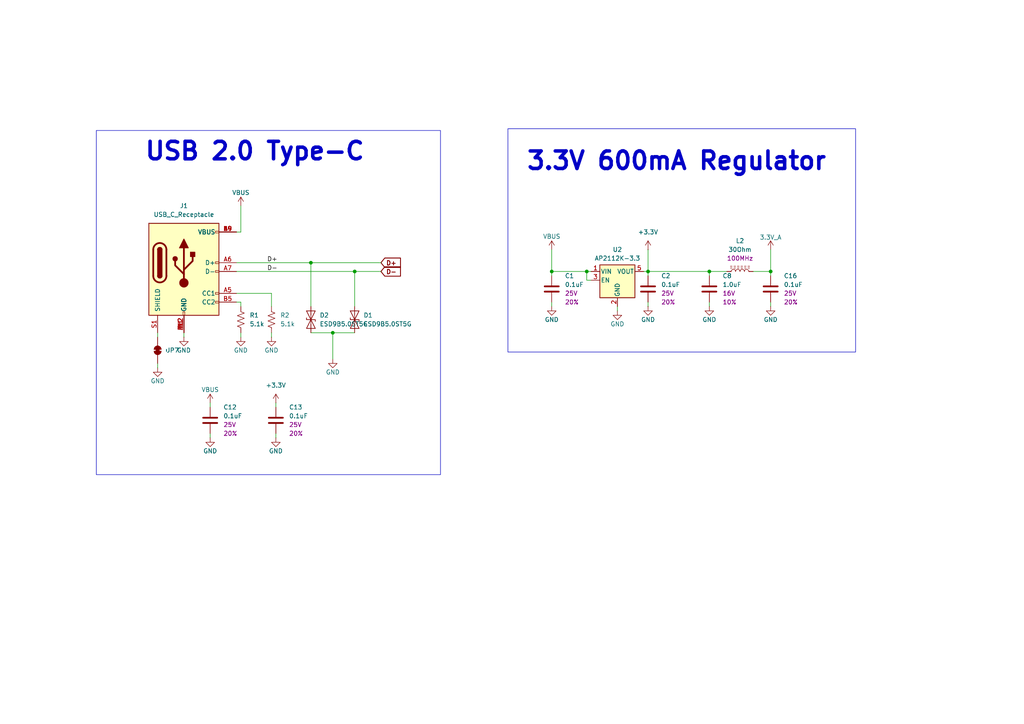
<source format=kicad_sch>
(kicad_sch (version 20250114) (generator "eeschema") (generator_version "9.0")
  (paper "A4")
  (lib_symbols
    (symbol "Diode:ESD9B5.0ST5G" (pin_numbers (hide yes)) (pin_names (offset 1.016) (hide yes))
      (property "Reference" "D" (at 0 2.54 0))
      (property "Value" "ESD9B5.0ST5G" (at 0 -2.54 0))
      (symbol "ESD9B5.0ST5G_0_1"
        (polyline (pts (xy -2.54 -1.27) (xy 0 0) (xy -2.54 1.27) (xy -2.54 -1.27)) (stroke (width 0.2032)))
        (polyline (pts (xy 0.508 1.27) (xy 0 1.27) (xy 0 -1.27) (xy -0.508 -1.27)) (stroke (width 0.2032)))
        (polyline (pts (xy 1.27 0) (xy -1.27 0)))
        (polyline (pts (xy 2.54 1.27) (xy 2.54 -1.27) (xy 0 0) (xy 2.54 1.27)) (stroke (width 0.2032)))
      )
      (symbol "ESD9B5.0ST5G_1_1"
        (pin passive line (at -3.81 0 0) (length 2.54) (name "A1") (number "1"))
        (pin passive line (at 3.81 0 180) (length 2.54) (name "A2") (number "2"))
      )
    )
    (symbol "SparkFun-Capacitor:0.1uF_0603_25V_20%" (pin_numbers (hide yes)) (pin_names (offset 0.254))
      (property "Reference" "C" (at 0.635 2.54 0))
      (property "Value" "0.1uF" (at 0.635 -2.54 0))
      (property "Voltage" "25V" (at 0 -6.35 0))
      (property "Tolerance" "20%" (at 0 -8.89 0))
      (symbol "0.1uF_0603_25V_20%_0_1"
        (polyline (pts (xy -2.032 0.762) (xy 2.032 0.762)) (stroke (width 0.508)))
        (polyline (pts (xy -2.032 -0.762) (xy 2.032 -0.762)) (stroke (width 0.508)))
      )
      (symbol "0.1uF_0603_25V_20%_1_1"
        (pin passive line (at 0 3.81 270) (length 2.794) (name "~") (number "1"))
        (pin passive line (at 0 -3.81 90) (length 2.794) (name "~") (number "2"))
      )
    )
    (symbol "SparkFun-Capacitor:1.0uF_0603_16V_10%" (pin_numbers (hide yes)) (pin_names (offset 0.254))
      (property "Reference" "C" (at 0.635 2.54 0))
      (property "Value" "1.0uF" (at 0.635 -2.54 0))
      (property "Voltage" "16V" (at 0 -6.35 0))
      (property "Tolerance" "10%" (at 0 -8.89 0))
      (symbol "1.0uF_0603_16V_10%_0_1"
        (polyline (pts (xy -2.032 0.762) (xy 2.032 0.762)) (stroke (width 0.508)))
        (polyline (pts (xy -2.032 -0.762) (xy 2.032 -0.762)) (stroke (width 0.508)))
      )
      (symbol "1.0uF_0603_16V_10%_1_1"
        (pin passive line (at 0 3.81 270) (length 2.794) (name "~") (number "1"))
        (pin passive line (at 0 -3.81 90) (length 2.794) (name "~") (number "2"))
      )
    )
    (symbol "SparkFun-Coil:30Ohm_0603_1.8A" (pin_numbers (hide yes)) (pin_names (offset 1.016) (hide yes))
      (property "Reference" "L" (at 0 2.54 0))
      (property "Value" "30Ohm" (at 0 -1.27 0))
      (property "Frequency" "100MHz" (at 0 -3.81 0))
      (symbol "30Ohm_0603_1.8A_0_1"
        (polyline (pts (xy -2.794 1.524) (xy -2.286 1.524)))
        (polyline (pts (xy -2.286 1.016) (xy -2.794 1.016)))
        (arc (start -2.54 0) (mid -1.905 0.6323) (end -1.27 0))
        (polyline (pts (xy -1.778 1.524) (xy -1.27 1.524)))
        (polyline (pts (xy -1.27 1.016) (xy -1.778 1.016)))
        (polyline (pts (xy -0.762 1.524) (xy -0.254 1.524)))
        (arc (start -1.27 0) (mid -0.635 0.6323) (end 0 0))
        (polyline (pts (xy -0.254 1.016) (xy -0.762 1.016)))
        (polyline (pts (xy 0.254 1.524) (xy 0.762 1.524)))
        (arc (start 0 0) (mid 0.635 0.6323) (end 1.27 0))
        (polyline (pts (xy 0.762 1.016) (xy 0.254 1.016)))
        (polyline (pts (xy 1.27 1.524) (xy 1.778 1.524)))
        (polyline (pts (xy 1.778 1.016) (xy 1.27 1.016)))
        (arc (start 1.27 0) (mid 1.905 0.6323) (end 2.54 0))
        (polyline (pts (xy 2.286 1.524) (xy 2.794 1.524)))
        (polyline (pts (xy 2.794 1.016) (xy 2.286 1.016)))
      )
      (symbol "30Ohm_0603_1.8A_1_1"
        (pin passive line (at -3.81 0 0) (length 1.27) (name "1") (number "1"))
        (pin passive line (at 3.81 0 180) (length 1.27) (name "2") (number "2"))
      )
    )
    (symbol "SparkFun-Connector:USB_C_Receptacle" (pin_names (offset 1.016))
      (property "Reference" "J1" (at 0 16.51 0))
      (property "Value" "USB_C_Receptacle" (at 0 13.97 0))
      (symbol "USB_C_Receptacle_0_0"
        (rectangle (start -0.254 -15.24) (end 0.254 -14.224))
        (rectangle (start 10.16 9.144) (end 9.144 8.636))
        (rectangle (start 10.16 0.254) (end 9.144 -0.254))
        (rectangle (start 10.16 -2.286) (end 9.144 -2.794))
        (rectangle (start 10.16 -8.636) (end 9.144 -9.144))
        (rectangle (start 10.16 -11.176) (end 9.144 -11.684))
      )
      (symbol "USB_C_Receptacle_0_1"
        (rectangle (start -10.16 11.43) (end 10.16 -15.24) (stroke (width 0.254)) (fill (type background)))
        (polyline (pts (xy -8.89 -3.81) (xy -8.89 3.81)) (stroke (width 0.508)))
        (rectangle (start -7.62 -3.81) (end -6.35 3.81) (stroke (width 0.254)) (fill (type outline)))
        (arc (start -7.62 3.81) (mid -6.985 4.4423) (end -6.35 3.81) (stroke (width 0.254)))
        (arc (start -7.62 3.81) (mid -6.985 4.4423) (end -6.35 3.81) (stroke (width 0.254)) (fill (type outline)))
        (arc (start -8.89 3.81) (mid -6.985 5.7067) (end -5.08 3.81) (stroke (width 0.508)))
        (arc (start -5.08 -3.81) (mid -6.985 -5.7067) (end -8.89 -3.81) (stroke (width 0.508)))
        (arc (start -6.35 -3.81) (mid -6.985 -4.4423) (end -7.62 -3.81) (stroke (width 0.254)))
        (arc (start -6.35 -3.81) (mid -6.985 -4.4423) (end -7.62 -3.81) (stroke (width 0.254)) (fill (type outline)))
        (polyline (pts (xy -5.08 3.81) (xy -5.08 -3.81)) (stroke (width 0.508)))
        (circle (center -2.54 1.143) (radius 0.635) (stroke (width 0.254)) (fill (type outline)))
        (polyline (pts (xy -1.27 4.318) (xy 0 6.858) (xy 1.27 4.318) (xy -1.27 4.318)) (stroke (width 0.254)) (fill (type outline)))
        (polyline (pts (xy 0 -2.032) (xy 2.54 0.508) (xy 2.54 1.778)) (stroke (width 0.508)))
        (polyline (pts (xy 0 -3.302) (xy -2.54 -0.762) (xy -2.54 0.508)) (stroke (width 0.508)))
        (polyline (pts (xy 0 -5.842) (xy 0 4.318)) (stroke (width 0.508)))
        (circle (center 0 -5.842) (radius 1.27) (fill (type outline)))
        (rectangle (start 1.905 1.778) (end 3.175 3.048) (stroke (width 0.254)) (fill (type outline)))
      )
      (symbol "USB_C_Receptacle_1_1"
        (pin passive line (at -7.62 -20.32 90) (length 5.08) (name "SHIELD") (number "S1"))
        (pin no_connect line (at -2.54 -15.24 90) (length 5.08) (hide yes) (name "NC") (number "NC1"))
        (pin no_connect line (at -2.54 -15.24 90) (length 5.08) (hide yes) (name "NC") (number "NC2"))
        (pin no_connect line (at -2.54 -15.24 90) (length 5.08) (hide yes) (name "NC") (number "NC3"))
        (pin passive line (at 0 -20.32 90) (length 5.08) (name "GND") (number "A1"))
        (pin passive line (at 0 -20.32 90) (length 5.08) (name "GND") (number "A12"))
        (pin passive line (at 0 -20.32 90) (length 5.08) (name "GND") (number "B1"))
        (pin passive line (at 0 -20.32 90) (length 5.08) (name "GND") (number "B12"))
        (pin no_connect line (at 3.81 -15.24 90) (length 5.08) (hide yes) (name "NC") (number "A8"))
        (pin no_connect line (at 3.81 -15.24 90) (length 5.08) (hide yes) (name "NC") (number "B8"))
        (pin passive line (at 15.24 8.89 180) (length 5.08) (name "VBUS") (number "A4"))
        (pin passive line (at 15.24 8.89 180) (length 5.08) (name "VBUS") (number "A9"))
        (pin passive line (at 15.24 8.89 180) (length 5.08) (name "VBUS") (number "B4"))
        (pin passive line (at 15.24 8.89 180) (length 5.08) (name "VBUS") (number "B9"))
        (pin bidirectional line (at 15.24 0 180) (length 5.08) (name "D+") (number "A6"))
        (pin bidirectional line (at 15.24 0 180) (length 5.08) (hide yes) (name "D+") (number "B6"))
        (pin bidirectional line (at 15.24 -2.54 180) (length 5.08) (name "D-") (number "A7"))
        (pin bidirectional line (at 15.24 -2.54 180) (length 5.08) (hide yes) (name "D-") (number "B7"))
        (pin bidirectional line (at 15.24 -8.89 180) (length 5.08) (name "CC1") (number "A5"))
        (pin bidirectional line (at 15.24 -11.43 180) (length 5.08) (name "CC2") (number "B5"))
      )
    )
    (symbol "SparkFun-Jumper:SolderJumper_2_Bridged" (pin_numbers (hide yes)) (pin_names (offset 0) (hide yes))
      (property "Reference" "JP" (at 0 2.032 0))
      (property "Value" "~" (at 0 -2.54 0))
      (symbol "SolderJumper_2_Bridged_0_1"
        (rectangle (start -0.508 0.508) (end 0.508 -0.508) (fill (type outline)))
        (polyline (pts (xy -0.254 1.016) (xy -0.254 -1.016)))
        (arc (start -0.254 -1.016) (mid -1.2656 0) (end -0.254 1.016))
        (arc (start -0.254 -1.016) (mid -1.2656 0) (end -0.254 1.016) (fill (type outline)))
        (arc (start 0.254 1.016) (mid 1.2656 0) (end 0.254 -1.016))
        (arc (start 0.254 1.016) (mid 1.2656 0) (end 0.254 -1.016) (fill (type outline)))
        (polyline (pts (xy 0.254 1.016) (xy 0.254 -1.016)))
      )
      (symbol "SolderJumper_2_Bridged_1_1"
        (pin passive line (at -3.81 0 0) (length 2.54) (name "A") (number "1"))
        (pin passive line (at 3.81 0 180) (length 2.54) (name "B") (number "2"))
      )
    )
    (symbol "SparkFun-PowerSymbol:3.3V_A" (power) (pin_names (offset 0))
      (property "Value" "3.3V_A" (at 0 3.81 0))
      (symbol "3.3V_A_0_1"
        (polyline (pts (xy -0.762 1.27) (xy 0 2.54)))
        (polyline (pts (xy 0 2.54) (xy 0.762 1.27)))
        (polyline (pts (xy 0 0) (xy 0 2.54)))
      )
      (symbol "3.3V_A_1_1"
        (pin power_in line (at 0 0 90) (length 0) (hide yes) (name "3.3V_A") (number "1"))
      )
    )
    (symbol "SparkFun-PowerSymbol:VBUS" (power) (pin_names (offset 0))
      (property "Value" "VBUS" (at 0 3.81 0))
      (symbol "VBUS_0_1"
        (polyline (pts (xy -0.762 1.27) (xy 0 2.54)))
        (polyline (pts (xy 0 2.54) (xy 0.762 1.27)))
        (polyline (pts (xy 0 0) (xy 0 2.54)))
      )
      (symbol "VBUS_1_1"
        (pin power_in line (at 0 0 90) (length 0) (hide yes) (name "VBUS") (number "1"))
      )
    )
    (symbol "SparkFun-Regulator:AP2112K-3.3" (pin_names (offset 0.254))
      (property "Reference" "U3" (at 0 8.89 0))
      (property "Value" "AP2112K-3.3" (at 0 6.35 0))
      (symbol "AP2112K-3.3_1_1"
        (rectangle (start -5.08 4.445) (end 5.08 -5.08) (stroke (width 0.254)) (fill (type background)))
        (pin power_in line (at -7.62 2.54 0) (length 2.54) (name "VIN") (number "1"))
        (pin input line (at -7.62 0 0) (length 2.54) (name "EN") (number "3"))
        (pin power_in line (at 0 -7.62 90) (length 2.54) (name "GND") (number "2"))
        (pin no_connect line (at 5.08 0 180) (length 2.54) (hide yes) (name "NC") (number "4"))
        (pin power_out line (at 7.62 2.54 180) (length 2.54) (name "VOUT") (number "5"))
      )
    )
    (symbol "SparkFun-Resistor:5.1k_0603" (pin_numbers (hide yes)) (pin_names (offset 0))
      (property "Reference" "R" (at 0 -2.54 0))
      (property "Value" "5.1k" (at 0 2.54 0))
      (symbol "5.1k_0603_0_1"
        (polyline (pts (xy -2.286 0) (xy -2.54 0)))
        (polyline (pts (xy -0.762 0) (xy -1.143 -1.016) (xy -1.524 0) (xy -1.905 1.016) (xy -2.286 0)))
        (polyline (pts (xy 0.762 0) (xy 0.381 -1.016) (xy 0 0) (xy -0.381 1.016) (xy -0.762 0)))
        (polyline (pts (xy 2.286 0) (xy 2.54 0)))
        (polyline (pts (xy 2.286 0) (xy 1.905 -1.016) (xy 1.524 0) (xy 1.143 1.016) (xy 0.762 0)))
      )
      (symbol "5.1k_0603_1_1"
        (pin passive line (at -3.81 0 0) (length 1.27) (name "~") (number "2"))
        (pin passive line (at 3.81 0 180) (length 1.27) (name "~") (number "1"))
      )
    )
    (symbol "power:+3.3V" (power) (pin_numbers (hide yes)) (pin_names (offset 0) (hide yes))
      (property "Value" "+3.3V" (at 0 3.556 0))
      (symbol "+3.3V_0_1"
        (polyline (pts (xy -0.762 1.27) (xy 0 2.54)))
        (polyline (pts (xy 0 2.54) (xy 0.762 1.27)))
        (polyline (pts (xy 0 0) (xy 0 2.54)))
      )
      (symbol "+3.3V_1_1"
        (pin power_in line (at 0 0 90) (length 0) (name "~") (number "1"))
      )
    )
    (symbol "power:GND" (power) (pin_numbers (hide yes)) (pin_names (offset 0) (hide yes))
      (property "Value" "GND" (at 0 -3.81 0))
      (symbol "GND_0_1"
        (polyline (pts (xy 0 0) (xy 0 -1.27) (xy 1.27 -1.27) (xy 0 -2.54) (xy -1.27 -1.27) (xy 0 -1.27)))
      )
      (symbol "GND_1_1"
        (pin power_in line (at 0 0 270) (length 0) (name "~") (number "1"))
      )
    )
  )
  (rectangle (start 27.94 37.846) (end 127.762 137.668))
  (rectangle (start 147.32 37.338) (end 248.158 102.108))
  (text "3.3V 600mA Regulator " (at 152.4 49.784 0) (effects (font (size 5.08 5.08) (thickness 1.016) (bold yes)) (justify left bottom)))
  (text "USB 2.0 Type-C\n" (at 41.656 46.99 0) (effects (font (size 5.08 5.08) (thickness 1.016) (bold yes)) (justify left bottom)))
  (junction (at 102.87 78.74))
  (junction (at 96.52 96.52))
  (junction (at 205.74 78.74))
  (junction (at 223.52 78.74))
  (junction (at 160.02 78.74))
  (junction (at 187.96 78.74))
  (junction (at 90.17 76.2))
  (junction (at 170.18 78.74))
  (wire (pts (xy 80.01 125.73) (xy 80.01 127)))
  (wire (pts (xy 187.96 72.39) (xy 187.96 78.74)))
  (wire (pts (xy 218.44 78.74) (xy 223.52 78.74)))
  (wire (pts (xy 60.96 118.11) (xy 60.96 116.84)))
  (wire (pts (xy 78.74 85.09) (xy 78.74 88.9)))
  (wire (pts (xy 187.96 78.74) (xy 187.96 80.01)))
  (wire (pts (xy 187.96 87.63) (xy 187.96 88.9)))
  (wire (pts (xy 205.74 78.74) (xy 205.74 80.01)))
  (wire (pts (xy 102.87 78.74) (xy 102.87 88.9)))
  (wire (pts (xy 160.02 78.74) (xy 160.02 80.01)))
  (wire (pts (xy 223.52 78.74) (xy 223.52 80.01)))
  (wire (pts (xy 96.52 96.52) (xy 96.52 104.14)))
  (wire (pts (xy 223.52 88.9) (xy 223.52 87.63)))
  (wire (pts (xy 60.96 125.73) (xy 60.96 127)))
  (wire (pts (xy 96.52 96.52) (xy 90.17 96.52)))
  (wire (pts (xy 160.02 87.63) (xy 160.02 88.9)))
  (wire (pts (xy 68.58 85.09) (xy 78.74 85.09)))
  (wire (pts (xy 90.17 76.2) (xy 90.17 88.9)))
  (wire (pts (xy 68.58 78.74) (xy 102.87 78.74)))
  (wire (pts (xy 160.02 72.39) (xy 160.02 78.74)))
  (wire (pts (xy 171.45 81.28) (xy 170.18 81.28)))
  (wire (pts (xy 102.87 78.74) (xy 110.49 78.74)))
  (wire (pts (xy 68.58 67.31) (xy 69.85 67.31)))
  (wire (pts (xy 78.74 96.52) (xy 78.74 97.79)))
  (wire (pts (xy 80.01 118.11) (xy 80.01 116.84)))
  (wire (pts (xy 187.96 78.74) (xy 205.74 78.74)))
  (wire (pts (xy 68.58 76.2) (xy 90.17 76.2)))
  (wire (pts (xy 205.74 87.63) (xy 205.74 88.9)))
  (wire (pts (xy 170.18 78.74) (xy 171.45 78.74)))
  (wire (pts (xy 179.07 88.9) (xy 179.07 90.17)))
  (wire (pts (xy 186.69 78.74) (xy 187.96 78.74)))
  (wire (pts (xy 90.17 76.2) (xy 110.49 76.2)))
  (wire (pts (xy 69.85 87.63) (xy 69.85 88.9)))
  (wire (pts (xy 223.52 72.39) (xy 223.52 78.74)))
  (wire (pts (xy 45.72 96.52) (xy 45.72 97.79)))
  (wire (pts (xy 69.85 59.69) (xy 69.85 67.31)))
  (wire (pts (xy 205.74 78.74) (xy 210.82 78.74)))
  (wire (pts (xy 69.85 96.52) (xy 69.85 97.79)))
  (wire (pts (xy 45.72 106.68) (xy 45.72 105.41)))
  (wire (pts (xy 53.34 96.52) (xy 53.34 97.79)))
  (wire (pts (xy 96.52 96.52) (xy 102.87 96.52)))
  (wire (pts (xy 68.58 87.63) (xy 69.85 87.63)))
  (wire (pts (xy 160.02 78.74) (xy 170.18 78.74)))
  (wire (pts (xy 170.18 78.74) (xy 170.18 81.28)))
  (label "D-" (at 77.47 78.74 0))
  (label "D+" (at 77.4636 76.2 0))
  (global_label "D-" (shape input) (at 110.49 78.74 0) (effects (font (thickness 0.254) (bold yes))) (property "Intersheetrefs" "${INTERSHEET_REFS}" (effects (hide yes))))
  (global_label "D+" (shape input) (at 110.49 76.2 0) (effects (font (thickness 0.254) (bold yes))) (property "Intersheetrefs" "${INTERSHEET_REFS}" (effects (hide yes))))
  (symbol (lib_id "SparkFun-Coil:30Ohm_0603_1.8A") (at 214.63 78.74 0) (unit 1)
    (property "Reference" "L1" (at 214.63 69.85 0))
    (property "Value" "30Ohm" (at 214.63 72.39 0))
    (property "Footprint" "Inductor_SMD:L_0603_1608Metric" (effects (hide yes)))
    (property "Datasheet" "https://product.tdk.com/en/system/files?file=dam/doc/product/emc/emc/beads/catalog/beads_commercial_power_mpz1608_en.pdf" (effects (hide yes)))
    (property "Description" "Inductor" (effects (hide yes)))
    (property "PROD_ID" "NDUC-07859" (effects (hide yes)))
    (property "Frequency" "100MHz" (at 214.63 74.93 0))
    (instances (project "NavIC_GPS" (path "" (reference "L2") (unit 1))) (project "" (path "" (reference "L1") (unit 1))))
  )
  (symbol (lib_id "power:+3.3V") (at 187.96 72.39 0) (unit 1)
    (property "Reference" "#PWR024" (effects (hide yes)))
    (property "Value" "+3.3V" (at 187.96 67.31 0))
    (property "Description" "Power symbol creates a global label with name \"+3.3V\"" (effects (hide yes)))
  )
  (symbol (lib_id "power:GND") (at 60.96 127 0) (unit 1)
    (property "Reference" "#PWR0114" (effects (hide yes)))
    (property "Value" "GND" (at 60.96 130.81 0))
    (property "Description" "Power symbol creates a global label with name \"GND\" , ground" (effects (hide yes)))
    (instances (project "NavIC_GPS" (path "" (reference "#PWR046") (unit 1))) (project "" (path "" (reference "#PWR0114") (unit 1))))
  )
  (symbol (lib_id "power:GND") (at 45.72 106.68 0) (unit 1)
    (property "Reference" "#PWR0102" (effects (hide yes)))
    (property "Value" "GND" (at 45.72 110.49 0))
    (property "Description" "Power symbol creates a global label with name \"GND\" , ground" (effects (hide yes)))
    (instances (project "NavIC_GPS" (path "" (reference "#PWR048") (unit 1))) (project "" (path "" (reference "#PWR0102") (unit 1))))
  )
  (symbol (lib_id "SparkFun-PowerSymbol:VBUS") (at 60.96 116.84 0) (unit 1)
    (property "Reference" "#PWR0103" (effects (hide yes)))
    (property "Value" "VBUS" (at 60.96 113.03 0))
    (property "Description" "Power symbol creates a global label with name \"VBUS\"" (effects (hide yes)))
    (instances (project "NavIC_GPS" (path "" (reference "#PWR038") (unit 1))) (project "" (path "" (reference "#PWR0103") (unit 1))))
  )
  (symbol (lib_id "power:GND") (at 205.74 88.9 0) (unit 1)
    (property "Reference" "#PWR0106" (effects (hide yes)))
    (property "Value" "GND" (at 205.74 92.71 0))
    (property "Description" "Power symbol creates a global label with name \"GND\" , ground" (effects (hide yes)))
    (instances (project "NavIC_GPS" (path "" (reference "#PWR035") (unit 1))) (project "" (path "" (reference "#PWR0106") (unit 1))))
  )
  (symbol (lib_id "power:GND") (at 187.96 88.9 0) (unit 1)
    (property "Reference" "#PWR0107" (effects (hide yes)))
    (property "Value" "GND" (at 187.96 92.71 0))
    (property "Description" "Power symbol creates a global label with name \"GND\" , ground" (effects (hide yes)))
    (instances (project "NavIC_GPS" (path "" (reference "#PWR04") (unit 1))) (project "" (path "" (reference "#PWR0107") (unit 1))))
  )
  (symbol (lib_id "power:GND") (at 160.02 88.9 0) (unit 1)
    (property "Reference" "#PWR0111" (effects (hide yes)))
    (property "Value" "GND" (at 160.02 92.71 0))
    (property "Description" "Power symbol creates a global label with name \"GND\" , ground" (effects (hide yes)))
    (instances (project "NavIC_GPS" (path "" (reference "#PWR03") (unit 1))) (project "" (path "" (reference "#PWR0111") (unit 1))))
  )
  (symbol (lib_id "SparkFun-Regulator:AP2112K-3.3") (at 179.07 81.28 0) (unit 1)
    (property "Reference" "U1" (at 179.07 72.39 0))
    (property "Value" "AP2112K-3.3" (at 179.07 74.93 0))
    (property "Footprint" "Package_TO_SOT_SMD:SOT-23-5_HandSoldering" (effects (hide yes)))
    (property "Datasheet" "https://www.diodes.com/assets/Datasheets/AP2112.pdf" (effects (hide yes)))
    (property "Description" "600mA low dropout linear regulator, with enable pin, 3.8V-6V input voltage range, 3.3V fixed positive output, SOT-23-5" (effects (hide yes)))
    (property "PROD_ID" "VREG-12457" (effects (hide yes)))
    (property "VMax" "6V" (effects (hide yes)))
    (property "Imax" "600mA" (effects (hide yes)))
    (property "Iq" "55µA" (effects (hide yes)))
    (instances (project "NavIC_GPS" (path "" (reference "U2") (unit 1))) (project "" (path "" (reference "U1") (unit 1))))
  )
  (symbol (lib_id "SparkFun-Resistor:5.1k_0603") (at 69.85 92.71 90) (unit 1)
    (property "Reference" "R1" (at 72.39 91.44 90) (effects (justify right)))
    (property "Value" "5.1k" (at 72.39 93.98 90) (effects (justify right)))
    (property "Footprint" "Resistor_SMD:R_0603_1608Metric" (effects (hide yes)))
    (property "Datasheet" "https://www.vishay.com/docs/20035/dcrcwe3.pdf" (effects (hide yes)))
    (property "Description" "Resistor" (effects (hide yes)))
    (property "PROD_ID" "RES-12083" (effects (hide yes)))
  )
  (symbol (lib_id "power:GND") (at 53.34 97.79 0) (unit 1)
    (property "Reference" "#PWR0104" (effects (hide yes)))
    (property "Value" "GND" (at 53.34 101.6 0))
    (property "Description" "Power symbol creates a global label with name \"GND\" , ground" (effects (hide yes)))
    (instances (project "NavIC_GPS" (path "" (reference "#PWR013") (unit 1))) (project "" (path "" (reference "#PWR0104") (unit 1))))
  )
  (symbol (lib_id "power:GND") (at 69.85 97.79 0) (unit 1)
    (property "Reference" "#PWR0112" (effects (hide yes)))
    (property "Value" "GND" (at 69.85 101.6 0))
    (property "Description" "Power symbol creates a global label with name \"GND\" , ground" (effects (hide yes)))
    (instances (project "NavIC_GPS" (path "" (reference "#PWR015") (unit 1))) (project "" (path "" (reference "#PWR0112") (unit 1))))
  )
  (symbol (lib_id "SparkFun-Capacitor:0.1uF_0603_25V_20%") (at 60.96 121.92 0) (unit 1)
    (property "Reference" "C5" (at 64.77 118.11 0) (effects (justify left)))
    (property "Value" "0.1uF" (at 64.77 120.65 0) (effects (justify left)))
    (property "Footprint" "Capacitor_SMD:C_0603_1608Metric" (effects (hide yes)))
    (property "Datasheet" "https://cdn.sparkfun.com/assets/8/a/4/a/5/Kemet_Capacitor_Datasheet.pdf" (effects (hide yes)))
    (property "Description" "Unpolarized capacitor" (effects (hide yes)))
    (property "PROD_ID" "CAP-00810" (effects (hide yes)))
    (property "Voltage" "25V" (at 64.77 123.19 0) (effects (justify left)))
    (property "Tolerance" "20%" (at 64.77 125.73 0) (effects (justify left)))
    (instances (project "NavIC_GPS" (path "" (reference "C12") (unit 1))) (project "" (path "" (reference "C5") (unit 1))))
  )
  (symbol (lib_id "power:+3.3V") (at 80.01 116.84 0) (unit 1)
    (property "Reference" "#PWR025" (effects (hide yes)))
    (property "Value" "+3.3V" (at 80.01 111.76 0))
    (property "Description" "Power symbol creates a global label with name \"+3.3V\"" (effects (hide yes)))
  )
  (symbol (lib_id "power:GND") (at 179.07 90.17 0) (unit 1)
    (property "Reference" "#PWR0110" (effects (hide yes)))
    (property "Value" "GND" (at 179.07 93.98 0))
    (property "Description" "Power symbol creates a global label with name \"GND\" , ground" (effects (hide yes)))
    (instances (project "NavIC_GPS" (path "" (reference "#PWR06") (unit 1))) (project "" (path "" (reference "#PWR0110") (unit 1))))
  )
  (symbol (lib_id "power:GND") (at 78.74 97.79 0) (unit 1)
    (property "Reference" "#PWR0113" (effects (hide yes)))
    (property "Value" "GND" (at 78.74 101.6 0))
    (property "Description" "Power symbol creates a global label with name \"GND\" , ground" (effects (hide yes)))
    (instances (project "NavIC_GPS" (path "" (reference "#PWR016") (unit 1))) (project "" (path "" (reference "#PWR0113") (unit 1))))
  )
  (symbol (lib_id "SparkFun-Capacitor:0.1uF_0603_25V_20%") (at 160.02 83.82 0) (unit 1)
    (property "Reference" "C1" (at 163.83 80.01 0) (effects (justify left)))
    (property "Value" "0.1uF" (at 163.83 82.55 0) (effects (justify left)))
    (property "Footprint" "Capacitor_SMD:C_0603_1608Metric" (effects (hide yes)))
    (property "Datasheet" "https://cdn.sparkfun.com/assets/8/a/4/a/5/Kemet_Capacitor_Datasheet.pdf" (effects (hide yes)))
    (property "Description" "Unpolarized capacitor" (effects (hide yes)))
    (property "PROD_ID" "CAP-00810" (effects (hide yes)))
    (property "Voltage" "25V" (at 163.83 85.09 0) (effects (justify left)))
    (property "Tolerance" "20%" (at 163.83 87.63 0) (effects (justify left)))
  )
  (symbol (lib_id "SparkFun-Resistor:5.1k_0603") (at 78.74 92.71 90) (unit 1)
    (property "Reference" "R2" (at 81.28 91.44 90) (effects (justify right)))
    (property "Value" "5.1k" (at 81.28 93.98 90) (effects (justify right)))
    (property "Footprint" "Resistor_SMD:R_0603_1608Metric" (effects (hide yes)))
    (property "Datasheet" "https://www.vishay.com/docs/20035/dcrcwe3.pdf" (effects (hide yes)))
    (property "Description" "Resistor" (effects (hide yes)))
    (property "PROD_ID" "RES-12083" (effects (hide yes)))
  )
  (symbol (lib_id "Diode:ESD9B5.0ST5G") (at 102.87 92.71 270) (unit 1)
    (property "Reference" "D1" (at 105.41 91.4399 90) (effects (justify left)))
    (property "Value" "ESD9B5.0ST5G" (at 105.41 93.9799 90) (effects (justify left)))
    (property "Footprint" "Diode_SMD:D_SOD-923" (effects (hide yes)))
    (property "Datasheet" "https://www.onsemi.com/pub/Collateral/ESD9B-D.PDF" (effects (hide yes)))
    (property "Description" "ESD protection diode, 5.0Vrwm, SOD-923" (effects (hide yes)))
  )
  (symbol (lib_id "SparkFun-Capacitor:1.0uF_0603_16V_10%") (at 205.74 83.82 0) (unit 1)
    (property "Reference" "C3" (at 209.55 80.01 0) (effects (justify left)))
    (property "Value" "1.0uF" (at 209.55 82.55 0) (effects (justify left)))
    (property "Footprint" "Capacitor_SMD:C_0603_1608Metric" (effects (hide yes)))
    (property "Datasheet" "https://cdn.sparkfun.com/assets/8/a/4/a/5/Kemet_Capacitor_Datasheet.pdf" (effects (hide yes)))
    (property "Description" "Unpolarized capacitor" (effects (hide yes)))
    (property "PROD_ID" "CAP-13930" (effects (hide yes)))
    (property "Voltage" "16V" (at 209.55 85.09 0) (effects (justify left)))
    (property "Tolerance" "10%" (at 209.55 87.63 0) (effects (justify left)))
    (instances (project "NavIC_GPS" (path "" (reference "C8") (unit 1))) (project "" (path "" (reference "C3") (unit 1))))
  )
  (symbol (lib_id "SparkFun-PowerSymbol:3.3V_A") (at 223.52 72.39 0) (unit 1)
    (property "Reference" "#PWR0108" (effects (hide yes)))
    (property "Value" "3.3V_A" (at 223.52 68.834 0))
    (property "Description" "Power symbol creates a global label with name \"3.3V_A\"" (effects (hide yes)))
    (instances (project "NavIC_GPS" (path "" (reference "#PWR037") (unit 1))) (project "" (path "" (reference "#PWR0108") (unit 1))))
  )
  (symbol (lib_id "SparkFun-PowerSymbol:VBUS") (at 160.02 72.39 0) (unit 1)
    (property "Reference" "#PWR021" (effects (hide yes)))
    (property "Value" "VBUS" (at 160.02 68.58 0))
    (property "Description" "Power symbol creates a global label with name \"VBUS\"" (effects (hide yes)))
  )
  (symbol (lib_id "SparkFun-PowerSymbol:VBUS") (at 69.85 59.69 0) (unit 1)
    (property "Reference" "#PWR0101" (effects (hide yes)))
    (property "Value" "VBUS" (at 69.85 55.88 0))
    (property "Description" "Power symbol creates a global label with name \"VBUS\"" (effects (hide yes)))
    (instances (project "NavIC_GPS" (path "" (reference "#PWR021") (unit 1))) (project "" (path "" (reference "#PWR0101") (unit 1))))
  )
  (symbol (lib_id "SparkFun-Connector:USB_C_Receptacle") (at 53.34 76.2 0) (unit 1)
    (property "Reference" "J1" (at 53.34 59.69 0))
    (property "Value" "USB_C_Receptacle" (at 53.34 62.23 0))
    (property "Footprint" "Connector_USB:USB_C_Receptacle_GCT_USB4105-xx-A_16P_TopMnt_Horizontal" (effects (hide yes)))
    (property "Datasheet" "https://www.usb.org/sites/default/files/documents/usb_type-c.zip" (effects (hide yes)))
    (property "Description" "USB 2.0-only Type-C Receptacle connector" (effects (hide yes)))
    (property "PROD_ID" "CONN-14122" (effects (hide yes)))
  )
  (symbol (lib_id "Diode:ESD9B5.0ST5G") (at 90.17 92.71 270) (unit 1)
    (property "Reference" "D2" (at 92.71 91.4399 90) (effects (justify left)))
    (property "Value" "ESD9B5.0ST5G" (at 92.71 93.9799 90) (effects (justify left)))
    (property "Footprint" "Diode_SMD:D_SOD-923" (effects (hide yes)))
    (property "Datasheet" "https://www.onsemi.com/pub/Collateral/ESD9B-D.PDF" (effects (hide yes)))
    (property "Description" "ESD protection diode, 5.0Vrwm, SOD-923" (effects (hide yes)))
  )
  (symbol (lib_id "power:GND") (at 80.01 127 0) (unit 1)
    (property "Reference" "#PWR0117" (effects (hide yes)))
    (property "Value" "GND" (at 80.01 130.81 0))
    (property "Description" "Power symbol creates a global label with name \"GND\" , ground" (effects (hide yes)))
    (instances (project "NavIC_GPS" (path "" (reference "#PWR047") (unit 1))) (project "" (path "" (reference "#PWR0117") (unit 1))))
  )
  (symbol (lib_id "power:GND") (at 223.52 88.9 0) (unit 1)
    (property "Reference" "#PWR0105" (effects (hide yes)))
    (property "Value" "GND" (at 223.52 92.71 0))
    (property "Description" "Power symbol creates a global label with name \"GND\" , ground" (effects (hide yes)))
    (instances (project "NavIC_GPS" (path "" (reference "#PWR067") (unit 1))) (project "" (path "" (reference "#PWR0105") (unit 1))))
  )
  (symbol (lib_id "power:GND") (at 96.52 104.14 0) (unit 1)
    (property "Reference" "#PWR0118" (effects (hide yes)))
    (property "Value" "GND" (at 96.52 107.95 0))
    (property "Description" "Power symbol creates a global label with name \"GND\" , ground" (effects (hide yes)))
    (instances (project "NavIC_GPS" (path "" (reference "#PWR07") (unit 1))) (project "" (path "" (reference "#PWR0118") (unit 1))))
  )
  (symbol (lib_id "SparkFun-Capacitor:0.1uF_0603_25V_20%") (at 187.96 83.82 0) (unit 1)
    (property "Reference" "C2" (at 191.77 80.01 0) (effects (justify left)))
    (property "Value" "0.1uF" (at 191.77 82.55 0) (effects (justify left)))
    (property "Footprint" "Capacitor_SMD:C_0603_1608Metric" (effects (hide yes)))
    (property "Datasheet" "https://cdn.sparkfun.com/assets/8/a/4/a/5/Kemet_Capacitor_Datasheet.pdf" (effects (hide yes)))
    (property "Description" "Unpolarized capacitor" (effects (hide yes)))
    (property "PROD_ID" "CAP-00810" (effects (hide yes)))
    (property "Voltage" "25V" (at 191.77 85.09 0) (effects (justify left)))
    (property "Tolerance" "20%" (at 191.77 87.63 0) (effects (justify left)))
  )
  (symbol (lib_id "SparkFun-Jumper:SolderJumper_2_Bridged") (at 45.72 101.6 90) (unit 1)
    (property "Reference" "JP3" (at 48.26 101.6 90) (effects (justify right)))
    (property "Value" "~" (at 48.26 101.6 0))
    (property "Footprint" "Jumper:SolderJumper-2_P1.3mm_Bridged2Bar_RoundedPad1.0x1.5mm" (effects (hide yes)))
    (property "Description" "Solder Jumper, 2-pole, closed/bridged" (effects (hide yes)))
    (instances (project "NavIC_GPS" (path "" (reference "JP7") (unit 1))) (project "" (path "" (reference "JP3") (unit 1))))
  )
  (symbol (lib_id "SparkFun-Capacitor:0.1uF_0603_25V_20%") (at 223.52 83.82 0) (unit 1)
    (property "Reference" "C4" (at 227.33 80.01 0) (effects (justify left)))
    (property "Value" "0.1uF" (at 227.33 82.55 0) (effects (justify left)))
    (property "Footprint" "Capacitor_SMD:C_0603_1608Metric" (effects (hide yes)))
    (property "Datasheet" "https://cdn.sparkfun.com/assets/8/a/4/a/5/Kemet_Capacitor_Datasheet.pdf" (effects (hide yes)))
    (property "Description" "Unpolarized capacitor" (effects (hide yes)))
    (property "PROD_ID" "CAP-00810" (effects (hide yes)))
    (property "Voltage" "25V" (at 227.33 85.09 0) (effects (justify left)))
    (property "Tolerance" "20%" (at 227.33 87.63 0) (effects (justify left)))
    (instances (project "NavIC_GPS" (path "" (reference "C16") (unit 1))) (project "" (path "" (reference "C4") (unit 1))))
  )
  (symbol (lib_id "SparkFun-Capacitor:0.1uF_0603_25V_20%") (at 80.01 121.92 0) (unit 1)
    (property "Reference" "C6" (at 83.82 118.11 0) (effects (justify left)))
    (property "Value" "0.1uF" (at 83.82 120.65 0) (effects (justify left)))
    (property "Footprint" "Capacitor_SMD:C_0603_1608Metric" (effects (hide yes)))
    (property "Datasheet" "https://cdn.sparkfun.com/assets/8/a/4/a/5/Kemet_Capacitor_Datasheet.pdf" (effects (hide yes)))
    (property "Description" "Unpolarized capacitor" (effects (hide yes)))
    (property "PROD_ID" "CAP-00810" (effects (hide yes)))
    (property "Voltage" "25V" (at 83.82 123.19 0) (effects (justify left)))
    (property "Tolerance" "20%" (at 83.82 125.73 0) (effects (justify left)))
    (instances (project "NavIC_GPS" (path "" (reference "C13") (unit 1))) (project "" (path "" (reference "C6") (unit 1))))
  )
)
</source>
